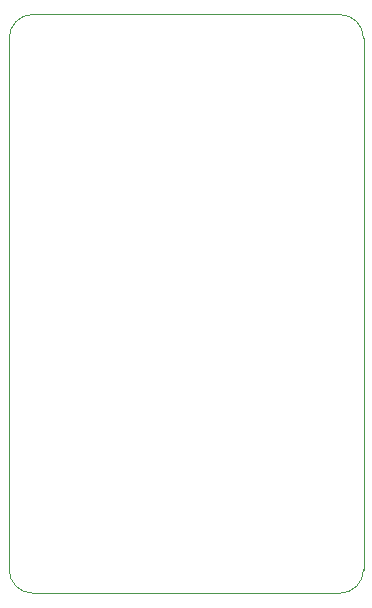
<source format=gbr>
G04 #@! TF.GenerationSoftware,KiCad,Pcbnew,(5.1.12)-1*
G04 #@! TF.CreationDate,2022-05-24T01:09:00-07:00*
G04 #@! TF.ProjectId,LedMatrixTest,4c65644d-6174-4726-9978-546573742e6b,rev?*
G04 #@! TF.SameCoordinates,Original*
G04 #@! TF.FileFunction,Profile,NP*
%FSLAX46Y46*%
G04 Gerber Fmt 4.6, Leading zero omitted, Abs format (unit mm)*
G04 Created by KiCad (PCBNEW (5.1.12)-1) date 2022-05-24 01:09:00*
%MOMM*%
%LPD*%
G01*
G04 APERTURE LIST*
G04 #@! TA.AperFunction,Profile*
%ADD10C,0.050000*%
G04 #@! TD*
G04 APERTURE END LIST*
D10*
X87000000Y-55000000D02*
G75*
G02*
X85000000Y-53000000I0J2000000D01*
G01*
X85000000Y-8000000D02*
G75*
G02*
X87000000Y-6000000I2000000J0D01*
G01*
X113000000Y-6000000D02*
G75*
G02*
X115000000Y-8000000I0J-2000000D01*
G01*
X115000000Y-53000000D02*
G75*
G02*
X113000000Y-55000000I-2000000J0D01*
G01*
X113000000Y-55000000D02*
X87000000Y-55000000D01*
X87000000Y-6000000D02*
X113000000Y-6000000D01*
X115000000Y-53000000D02*
X115000000Y-8000000D01*
X85000000Y-8000000D02*
X85000000Y-53000000D01*
M02*

</source>
